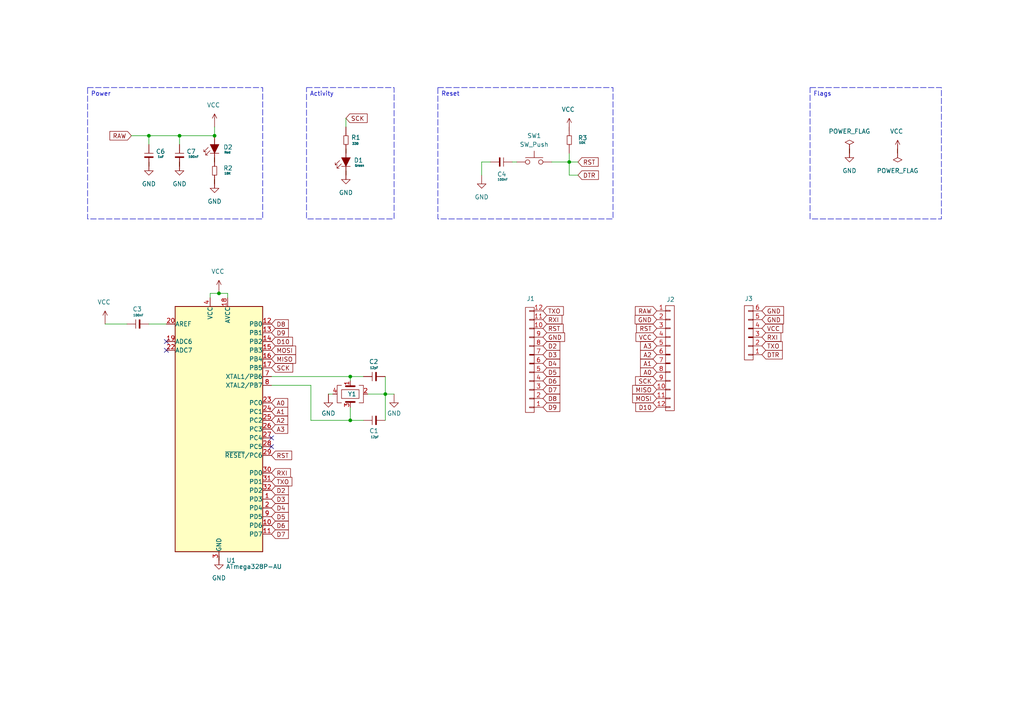
<source format=kicad_sch>
(kicad_sch (version 20250114) (generator "eeschema") (generator_version "9.0")
  (paper "A4")
  (lib_symbols
    (symbol "Hadubois_Symbol_Library:ATmega328P-AU" (pin_names (offset 0.002))
      (property "Reference" "U" (at 9.144 -35.814 0))
      (symbol "ATmega328P-AU_1_1"
        (rectangle (start -12.7 38.1) (end 12.7 -33.02) (stroke (width 0.254)) (fill (type background)))
        (pin passive line (at -15.24 33.02 0) (length 2.54) (name "AREF") (number "20"))
        (pin input line (at -15.24 27.94 0) (length 2.54) (name "ADC6") (number "19"))
        (pin input line (at -15.24 25.4 0) (length 2.54) (name "ADC7") (number "22"))
        (pin power_in line (at -2.54 40.64 270) (length 2.54) (name "VCC") (number "4"))
        (pin power_in line (at -2.54 40.64 270) (length 2.54) (hide yes) (name "VCC") (number "6"))
        (pin power_in line (at 0 -35.56 90) (length 2.54) (hide yes) (name "GND") (number "21"))
        (pin power_in line (at 0 -35.56 90) (length 2.54) (name "GND") (number "3"))
        (pin power_in line (at 0 -35.56 90) (length 2.54) (hide yes) (name "GND") (number "5"))
        (pin power_in line (at 2.54 40.64 270) (length 2.54) (name "AVCC") (number "18"))
        (pin bidirectional line (at 15.24 33.02 180) (length 2.54) (name "PB0") (number "12"))
        (pin bidirectional line (at 15.24 30.48 180) (length 2.54) (name "PB1") (number "13"))
        (pin bidirectional line (at 15.24 27.94 180) (length 2.54) (name "PB2") (number "14"))
        (pin bidirectional line (at 15.24 25.4 180) (length 2.54) (name "PB3") (number "15"))
        (pin bidirectional line (at 15.24 22.86 180) (length 2.54) (name "PB4") (number "16"))
        (pin bidirectional line (at 15.24 20.32 180) (length 2.54) (name "PB5") (number "17"))
        (pin bidirectional line (at 15.24 17.78 180) (length 2.54) (name "XTAL1/PB6") (number "7"))
        (pin bidirectional line (at 15.24 15.24 180) (length 2.54) (name "XTAL2/PB7") (number "8"))
        (pin bidirectional line (at 15.24 10.16 180) (length 2.54) (name "PC0") (number "23"))
        (pin bidirectional line (at 15.24 7.62 180) (length 2.54) (name "PC1") (number "24"))
        (pin bidirectional line (at 15.24 5.08 180) (length 2.54) (name "PC2") (number "25"))
        (pin bidirectional line (at 15.24 2.54 180) (length 2.54) (name "PC3") (number "26"))
        (pin bidirectional line (at 15.24 0 180) (length 2.54) (name "PC4") (number "27"))
        (pin bidirectional line (at 15.24 -2.54 180) (length 2.54) (name "PC5") (number "28"))
        (pin bidirectional line (at 15.24 -5.08 180) (length 2.54) (name "~{RESET}/PC6") (number "29"))
        (pin bidirectional line (at 15.24 -10.16 180) (length 2.54) (name "PD0") (number "30"))
        (pin bidirectional line (at 15.24 -12.7 180) (length 2.54) (name "PD1") (number "31"))
        (pin bidirectional line (at 15.24 -15.24 180) (length 2.54) (name "PD2") (number "32"))
        (pin bidirectional line (at 15.24 -17.78 180) (length 2.54) (name "PD3") (number "1"))
        (pin bidirectional line (at 15.24 -20.32 180) (length 2.54) (name "PD4") (number "2"))
        (pin bidirectional line (at 15.24 -22.86 180) (length 2.54) (name "PD5") (number "9"))
        (pin bidirectional line (at 15.24 -25.4 180) (length 2.54) (name "PD6") (number "10"))
        (pin bidirectional line (at 15.24 -27.94 180) (length 2.54) (name "PD7") (number "11"))
      )
    )
    (symbol "Hadubois_Symbol_Library:Capacitor_Non_Polarized" (pin_numbers (hide yes)) (pin_names (offset 0) (hide yes))
      (property "Reference" "C" (at 6.2036 -3.2499 0))
      (symbol "Capacitor_Non_Polarized_1_1"
        (polyline (pts (xy 1.27 -1.27) (xy 1.27 -1.27)))
        (polyline (pts (xy 2.54 -2.54) (xy 5.08 -2.54)))
        (polyline (pts (xy 2.54 -3.81) (xy 5.08 -3.81) (xy 5.08 -3.4925) (xy 2.54 -3.4925) (xy 2.54 -3.81)) (stroke (width 0.127)) (fill (type outline)))
        (polyline (pts (xy 5.08 -1.27) (xy 5.08 -1.27)))
        (pin passive line (at 3.81 0 270) (length 2.54) (name "") (number "1"))
        (pin passive line (at 3.81 -6.35 90) (length 2.54) (name "") (number "2"))
      )
    )
    (symbol "Hadubois_Symbol_Library:Connector_01x06"
      (property "Reference" "J" (at 2.54 -0.254 0))
      (symbol "Connector_01x06_0_1"
        (rectangle (start -1.27 7.874) (end 1.27 -7.874))
        (polyline (pts (xy -1.1762 6.5076) (xy -1.1762 6.2536) (xy 0.0938 6.2536) (xy 0.0938 6.5076) (xy -1.1762 6.5076)))
        (polyline (pts (xy -1.1762 3.9676) (xy -1.1762 3.7136) (xy 0.0938 3.7136) (xy 0.0938 3.9676) (xy -1.1762 3.9676)))
        (polyline (pts (xy -1.1762 -3.6524) (xy -1.1762 -3.9064) (xy 0.0938 -3.9064) (xy 0.0938 -3.6524) (xy -1.1762 -3.6524)))
        (polyline (pts (xy -1.1762 -6.1924) (xy -1.1762 -6.4464) (xy 0.0938 -6.4464) (xy 0.0938 -6.1924) (xy -1.1762 -6.1924)))
      )
      (symbol "Connector_01x06_1_1"
        (polyline (pts (xy -1.1762 1.4276) (xy -1.1762 1.1736) (xy 0.0938 1.1736) (xy 0.0938 1.4276) (xy -1.1762 1.4276)) (fill (type outline)))
        (polyline (pts (xy -1.1762 -1.1124) (xy -1.1762 -1.3664) (xy 0.0938 -1.3664) (xy 0.0938 -1.1124) (xy -1.1762 -1.1124)) (fill (type outline)))
        (pin passive line (at -3.81 6.35 0) (length 2.54) (name "") (number "1"))
        (pin passive line (at -3.81 3.81 0) (length 2.54) (name "") (number "2"))
        (pin passive line (at -3.81 1.27 0) (length 2.54) (name "") (number "3"))
        (pin passive line (at -3.81 -1.27 0) (length 2.54) (name "") (number "4"))
        (pin passive line (at -3.81 -3.81 0) (length 2.54) (name "") (number "5"))
        (pin passive line (at -3.81 -6.35 0) (length 2.54) (name "") (number "6"))
      )
    )
    (symbol "Hadubois_Symbol_Library:Connector_01x12"
      (property "Reference" "J" (at 4.064 0 0))
      (symbol "Connector_01x12_0_1"
        (rectangle (start -1.27 15.494) (end 1.27 -14.986))
        (polyline (pts (xy -1.1762 14.1276) (xy -1.1762 13.8736) (xy 0.0938 13.8736) (xy 0.0938 14.1276) (xy -1.1762 14.1276)))
        (polyline (pts (xy -1.1762 11.5876) (xy -1.1762 11.3336) (xy 0.0938 11.3336) (xy 0.0938 11.5876) (xy -1.1762 11.5876)))
        (polyline (pts (xy -1.1762 9.0476) (xy -1.1762 8.7936) (xy 0.0938 8.7936) (xy 0.0938 9.0476) (xy -1.1762 9.0476)))
        (polyline (pts (xy -1.1762 6.5076) (xy -1.1762 6.2536) (xy 0.0938 6.2536) (xy 0.0938 6.5076) (xy -1.1762 6.5076)))
        (polyline (pts (xy -1.1762 3.9676) (xy -1.1762 3.7136) (xy 0.0938 3.7136) (xy 0.0938 3.9676) (xy -1.1762 3.9676)))
        (polyline (pts (xy -1.1762 -3.6524) (xy -1.1762 -3.9064) (xy 0.0938 -3.9064) (xy 0.0938 -3.6524) (xy -1.1762 -3.6524)))
        (polyline (pts (xy -1.1762 -6.1924) (xy -1.1762 -6.4464) (xy 0.0938 -6.4464) (xy 0.0938 -6.1924) (xy -1.1762 -6.1924)))
        (polyline (pts (xy -1.1762 -8.7324) (xy -1.1762 -8.9864) (xy 0.0938 -8.9864) (xy 0.0938 -8.7324) (xy -1.1762 -8.7324)))
        (polyline (pts (xy -1.1762 -11.2724) (xy -1.1762 -11.5264) (xy 0.0938 -11.5264) (xy 0.0938 -11.2724) (xy -1.1762 -11.2724)))
        (polyline (pts (xy -1.1762 -13.8124) (xy -1.1762 -14.0664) (xy 0.0938 -14.0664) (xy 0.0938 -13.8124) (xy -1.1762 -13.8124)))
      )
      (symbol "Connector_01x12_1_1"
        (polyline (pts (xy -1.1762 1.4276) (xy -1.1762 1.1736) (xy 0.0938 1.1736) (xy 0.0938 1.4276) (xy -1.1762 1.4276)) (fill (type outline)))
        (polyline (pts (xy -1.1762 -1.1124) (xy -1.1762 -1.3664) (xy 0.0938 -1.3664) (xy 0.0938 -1.1124) (xy -1.1762 -1.1124)) (fill (type outline)))
        (pin passive line (at -3.81 13.97 0) (length 2.54) (name "") (number "1"))
        (pin passive line (at -3.81 11.43 0) (length 2.54) (name "") (number "2"))
        (pin passive line (at -3.81 8.89 0) (length 2.54) (name "") (number "3"))
        (pin passive line (at -3.81 6.35 0) (length 2.54) (name "") (number "4"))
        (pin passive line (at -3.81 3.81 0) (length 2.54) (name "") (number "5"))
        (pin passive line (at -3.81 1.27 0) (length 2.54) (name "") (number "6"))
        (pin passive line (at -3.81 -1.27 0) (length 2.54) (name "") (number "7"))
        (pin passive line (at -3.81 -3.81 0) (length 2.54) (name "") (number "8"))
        (pin passive line (at -3.81 -6.35 0) (length 2.54) (name "") (number "9"))
        (pin passive line (at -3.81 -8.89 0) (length 2.54) (name "") (number "10"))
        (pin passive line (at -3.81 -11.43 0) (length 2.54) (name "") (number "11"))
        (pin passive line (at -3.81 -13.97 0) (length 2.54) (name "") (number "12"))
      )
    )
    (symbol "Hadubois_Symbol_Library:Crystal_4Pins" (pin_names (offset 0) (hide yes))
      (property "Reference" "Y" (at 4.318 -2.54 0))
      (symbol "Crystal_4Pins_0_1"
        (polyline (pts (xy -2.54 2.54) (xy -2.54 3.81) (xy 2.54 3.81) (xy 2.54 2.54)))
        (polyline (pts (xy -2.54 -2.54) (xy -2.54 -3.81) (xy 2.54 -3.81) (xy 2.54 -2.54)))
        (polyline (pts (xy -2.286 1.27) (xy -2.286 -1.27)) (stroke (width 0.508)))
        (rectangle (start -1.27 2.54) (end 1.27 -2.54))
        (polyline (pts (xy 2.286 1.27) (xy 2.286 -1.27)) (stroke (width 0.508)))
      )
      (symbol "Crystal_4Pins_1_1"
        (pin passive line (at -3.81 0 0) (length 1.27) (name "") (number "1"))
        (pin passive line (at 0 5.08 270) (length 1.27) (name "") (number "2"))
        (pin passive line (at 0 -5.08 90) (length 1.27) (name "") (number "4"))
        (pin passive line (at 3.81 0 180) (length 1.27) (name "") (number "3"))
      )
    )
    (symbol "Hadubois_Symbol_Library:Diode_LED" (pin_numbers (hide yes)) (pin_names (offset 0) (hide yes))
      (property "Reference" "D" (at 2.54 0 0))
      (symbol "Diode_LED_0_1"
        (polyline (pts (xy -1.8297 0.4302) (xy -3.0997 -0.8398) (xy -3.0997 -0.2048) (xy -3.0997 -0.8398) (xy -2.4647 -0.8398)))
        (polyline (pts (xy -1.3196 -0.53) (xy -2.5896 -1.8) (xy -2.5896 -1.165) (xy -2.5896 -1.8) (xy -1.9546 -1.8)))
        (polyline (pts (xy 1.27 -1.27) (xy -1.27 -1.27)))
      )
      (symbol "Diode_LED_1_1"
        (polyline (pts (xy 1.27 1.27) (xy -1.27 1.27) (xy 0 -1.27) (xy 1.27 1.27)) (fill (type outline)))
        (pin passive line (at 0 3.81 270) (length 2.54) (name "") (number "2"))
        (pin passive line (at 0 -3.81 90) (length 2.54) (name "") (number "1"))
      )
    )
    (symbol "Hadubois_Symbol_Library:GND" (power) (pin_numbers (hide yes)) (pin_names (offset 0) (hide yes)) (in_bom no) (on_board no)
      (property "Value" "GND" (at 0.254 -2.794 0))
      (symbol "GND_0_1"
        (polyline (pts (xy -1.27 0) (xy 1.27 0) (xy 0 -1.27) (xy -1.27 0)))
      )
      (symbol "GND_1_1"
        (pin power_in line (at 0 2.54 270) (length 2.54) (name "") (number "1"))
      )
    )
    (symbol "Hadubois_Symbol_Library:POWER_FLAG" (power) (pin_numbers (hide yes)) (pin_names (offset 0) (hide yes)) (exclude_from_sim yes) (in_bom no) (on_board no)
      (property "Value" "POWER_FLAG" (at 8.128 0.254 0))
      (symbol "POWER_FLAG_0_1"
        (polyline (pts (xy 0 0) (xy 1.27 0.635) (xy 0 1.27) (xy -1.27 0.635) (xy 0 0)))
      )
      (symbol "POWER_FLAG_1_1"
        (pin power_out line (at 0 -2.54 90) (length 2.54) (name "") (number "1"))
      )
    )
    (symbol "Hadubois_Symbol_Library:Resistor_Fixed" (pin_numbers (hide yes)) (pin_names (offset 0) (hide yes))
      (property "Reference" "R" (at 1.778 0 0))
      (symbol "Resistor_Fixed_0_1"
        (polyline (pts (xy -0.6192 1.2713) (xy -0.6192 -1.2687) (xy 0.6508 -1.2687) (xy 0.6508 1.2713) (xy -0.6192 1.2713)))
      )
      (symbol "Resistor_Fixed_1_1"
        (pin passive line (at 0 3.81 270) (length 2.54) (name "") (number "1"))
        (pin passive line (at 0 -3.81 90) (length 2.54) (name "") (number "2"))
      )
    )
    (symbol "Hadubois_Symbol_Library:Switch" (pin_numbers (hide yes)) (pin_names (offset 0) (hide yes))
      (property "Reference" "SW" (at 0 -1.778 0))
      (symbol "Switch_0_1"
        (polyline (pts (xy -2.54 1.27) (xy 2.54 1.27) (xy 0 1.27) (xy 0 3.175)))
        (circle (center -1.905 0) (radius 0.635))
        (circle (center 1.905 0) (radius 0.635))
      )
      (symbol "Switch_1_1"
        (pin passive line (at -5.08 0 0) (length 2.54) (name "") (number "1"))
        (pin passive line (at 5.08 0 180) (length 2.54) (name "") (number "2"))
      )
    )
    (symbol "Hadubois_Symbol_Library:VCC" (power) (pin_numbers (hide yes)) (pin_names (offset 0) (hide yes))
      (property "Value" "VCC" (at 11.43 -8.636 0))
      (symbol "VCC_0_1"
        (polyline (pts (xy 10.16 -11.43) (xy 10.16 -11.43)))
        (polyline (pts (xy 11.43 -11.43) (xy 11.43 -10.16) (xy 12.065 -11.43) (xy 11.43 -10.16) (xy 10.795 -11.43)))
      )
      (symbol "VCC_1_1"
        (pin power_in line (at 11.43 -13.97 90) (length 2.54) (name "") (number "1"))
      )
    )
  )
  (text_box "Reset" (at 127 25.4 0) (size 50.8 38.1) (margins 0.9525 0.9525 0.9525 0.9525) (stroke (width 0) (type dash)) (effects (font (size 1.27 1.27)) (justify left top)))
  (text_box "Activity" (at 88.9 25.4 0) (size 25.4 38.1) (margins 0.9525 0.9525 0.9525 0.9525) (stroke (width 0) (type dash)) (effects (font (size 1.27 1.27)) (justify left top)))
  (text_box "Flags" (at 234.95 25.4 0) (size 38.1 38.1) (margins 0.9525 0.9525 0.9525 0.9525) (stroke (width 0) (type dash)) (effects (font (size 1.27 1.27)) (justify left top)))
  (text_box "Power\n" (exclude_from_sim yes) (at 25.4 25.4 0) (size 50.8 38.1) (margins 0.9525 0.9525 0.9525 0.9525) (stroke (width 0) (type dash)) (effects (font (size 1.27 1.27)) (justify left top)))
  (junction (at 63.5 85.09))
  (junction (at 165.1 46.99))
  (junction (at 111.76 114.3))
  (junction (at 101.6 109.22))
  (junction (at 43.18 39.37))
  (junction (at 52.07 39.37))
  (junction (at 62.23 39.37))
  (junction (at 101.6 121.92))
  (no_connect (at 48.26 99.06))
  (no_connect (at 48.26 101.6))
  (no_connect (at 78.74 129.54))
  (no_connect (at 78.74 127))
  (wire (pts (xy 142.24 46.99) (xy 139.7 46.99)))
  (wire (pts (xy 43.18 39.37) (xy 43.18 41.91)))
  (wire (pts (xy 111.76 109.22) (xy 111.76 114.3)))
  (wire (pts (xy 38.1 39.37) (xy 43.18 39.37)))
  (wire (pts (xy 43.18 39.37) (xy 52.07 39.37)))
  (wire (pts (xy 139.7 46.99) (xy 139.7 50.8)))
  (wire (pts (xy 165.1 46.99) (xy 165.1 50.8)))
  (wire (pts (xy 90.17 121.92) (xy 101.6 121.92)))
  (wire (pts (xy 148.59 46.99) (xy 149.86 46.99)))
  (wire (pts (xy 78.74 109.22) (xy 101.6 109.22)))
  (wire (pts (xy 260.35 43.18) (xy 260.35 44.45)))
  (wire (pts (xy 52.07 46.99) (xy 52.07 48.26)))
  (wire (pts (xy 63.5 161.29) (xy 63.5 162.56)))
  (wire (pts (xy 90.17 111.76) (xy 78.74 111.76)))
  (wire (pts (xy 167.64 50.8) (xy 165.1 50.8)))
  (wire (pts (xy 60.96 85.09) (xy 63.5 85.09)))
  (wire (pts (xy 101.6 109.22) (xy 105.41 109.22)))
  (wire (pts (xy 30.48 93.98) (xy 36.83 93.98)))
  (wire (pts (xy 111.76 114.3) (xy 111.76 121.92)))
  (wire (pts (xy 165.1 36.83) (xy 165.1 38.1)))
  (wire (pts (xy 66.04 86.36) (xy 66.04 85.09)))
  (wire (pts (xy 100.33 34.29) (xy 100.33 36.83)))
  (wire (pts (xy 60.96 86.36) (xy 60.96 85.09)))
  (wire (pts (xy 90.17 111.76) (xy 90.17 121.92)))
  (wire (pts (xy 62.23 45.72) (xy 62.23 46.99)))
  (wire (pts (xy 62.23 36.83) (xy 62.23 39.37)))
  (wire (pts (xy 101.6 118.11) (xy 101.6 121.92)))
  (wire (pts (xy 160.02 46.99) (xy 165.1 46.99)))
  (wire (pts (xy 95.25 114.3) (xy 96.52 114.3)))
  (wire (pts (xy 165.1 44.45) (xy 165.1 46.99)))
  (wire (pts (xy 52.07 39.37) (xy 62.23 39.37)))
  (wire (pts (xy 43.18 46.99) (xy 43.18 48.26)))
  (wire (pts (xy 101.6 121.92) (xy 105.41 121.92)))
  (wire (pts (xy 101.6 110.49) (xy 101.6 109.22)))
  (wire (pts (xy 111.76 114.3) (xy 114.3 114.3)))
  (wire (pts (xy 100.33 43.18) (xy 100.33 44.45)))
  (wire (pts (xy 63.5 85.09) (xy 66.04 85.09)))
  (wire (pts (xy 52.07 39.37) (xy 52.07 41.91)))
  (wire (pts (xy 100.33 49.53) (xy 100.33 50.8)))
  (wire (pts (xy 43.18 93.98) (xy 48.26 93.98)))
  (wire (pts (xy 246.38 43.18) (xy 246.38 44.45)))
  (wire (pts (xy 106.68 114.3) (xy 111.76 114.3)))
  (wire (pts (xy 62.23 52.07) (xy 62.23 53.34)))
  (wire (pts (xy 167.64 46.99) (xy 165.1 46.99)))
  (global_label "A2" (shape input) (at 78.74 121.92 0) (property "Intersheetrefs" "${INTERSHEET_REFS}" (effects (hide yes))))
  (global_label "MISO" (shape input) (at 78.74 104.14 0) (property "Intersheetrefs" "${INTERSHEET_REFS}" (effects (hide yes))))
  (global_label "TXO" (shape input) (at 78.74 139.7 0) (property "Intersheetrefs" "${INTERSHEET_REFS}" (effects (hide yes))))
  (global_label "D3" (shape input) (at 78.74 144.78 0) (property "Intersheetrefs" "${INTERSHEET_REFS}" (effects (hide yes))))
  (global_label "GND" (shape input) (at 220.98 92.71 0) (property "Intersheetrefs" "${INTERSHEET_REFS}" (effects (hide yes))))
  (global_label "A0" (shape input) (at 190.5 107.95 180) (property "Intersheetrefs" "${INTERSHEET_REFS}" (effects (hide yes))))
  (global_label "A1" (shape input) (at 190.5 105.41 180) (property "Intersheetrefs" "${INTERSHEET_REFS}" (effects (hide yes))))
  (global_label "TXO" (shape input) (at 220.98 100.33 0) (property "Intersheetrefs" "${INTERSHEET_REFS}" (effects (hide yes))))
  (global_label "MOSI" (shape input) (at 190.5 115.57 180) (property "Intersheetrefs" "${INTERSHEET_REFS}" (effects (hide yes))))
  (global_label "RAW" (shape input) (at 190.5 90.17 180) (property "Intersheetrefs" "${INTERSHEET_REFS}" (effects (hide yes))))
  (global_label "D5" (shape input) (at 78.74 149.86 0) (property "Intersheetrefs" "${INTERSHEET_REFS}" (effects (hide yes))))
  (global_label "GND" (shape input) (at 157.48 97.79 0) (property "Intersheetrefs" "${INTERSHEET_REFS}" (effects (hide yes))))
  (global_label "D10" (shape input) (at 78.74 99.06 0) (property "Intersheetrefs" "${INTERSHEET_REFS}" (effects (hide yes))))
  (global_label "D6" (shape input) (at 78.74 152.4 0) (property "Intersheetrefs" "${INTERSHEET_REFS}" (effects (hide yes))))
  (global_label "A0" (shape input) (at 78.74 116.84 0) (property "Intersheetrefs" "${INTERSHEET_REFS}" (effects (hide yes))))
  (global_label "D8" (shape input) (at 157.48 115.57 0) (property "Intersheetrefs" "${INTERSHEET_REFS}" (effects (hide yes))))
  (global_label "SCK" (shape input) (at 78.74 106.68 0) (property "Intersheetrefs" "${INTERSHEET_REFS}" (effects (hide yes))))
  (global_label "TXO" (shape input) (at 157.48 90.17 0) (property "Intersheetrefs" "${INTERSHEET_REFS}" (effects (hide yes))))
  (global_label "VCC" (shape input) (at 220.98 95.25 0) (property "Intersheetrefs" "${INTERSHEET_REFS}" (effects (hide yes))))
  (global_label "DTR" (shape input) (at 220.98 102.87 0) (property "Intersheetrefs" "${INTERSHEET_REFS}" (effects (hide yes))))
  (global_label "RXI" (shape input) (at 157.48 92.71 0) (property "Intersheetrefs" "${INTERSHEET_REFS}" (effects (hide yes))))
  (global_label "MOSI" (shape input) (at 78.74 101.6 0) (property "Intersheetrefs" "${INTERSHEET_REFS}" (effects (hide yes))))
  (global_label "RXI" (shape input) (at 78.74 137.16 0) (property "Intersheetrefs" "${INTERSHEET_REFS}" (effects (hide yes))))
  (global_label "A3" (shape input) (at 190.5 100.33 180) (property "Intersheetrefs" "${INTERSHEET_REFS}" (effects (hide yes))))
  (global_label "MISO" (shape input) (at 190.5 113.03 180) (property "Intersheetrefs" "${INTERSHEET_REFS}" (effects (hide yes))))
  (global_label "D2" (shape input) (at 157.48 100.33 0) (property "Intersheetrefs" "${INTERSHEET_REFS}" (effects (hide yes))))
  (global_label "VCC" (shape input) (at 190.5 97.79 180) (property "Intersheetrefs" "${INTERSHEET_REFS}" (effects (hide yes))))
  (global_label "DTR" (shape input) (at 167.64 50.8 0) (property "Intersheetrefs" "${INTERSHEET_REFS}" (effects (hide yes))))
  (global_label "RST" (shape input) (at 157.48 95.25 0) (property "Intersheetrefs" "${INTERSHEET_REFS}" (effects (hide yes))))
  (global_label "D8" (shape input) (at 78.74 93.98 0) (property "Intersheetrefs" "${INTERSHEET_REFS}" (effects (hide yes))))
  (global_label "D3" (shape input) (at 157.48 102.87 0) (property "Intersheetrefs" "${INTERSHEET_REFS}" (effects (hide yes))))
  (global_label "D4" (shape input) (at 157.48 105.41 0) (property "Intersheetrefs" "${INTERSHEET_REFS}" (effects (hide yes))))
  (global_label "D5" (shape input) (at 157.48 107.95 0) (property "Intersheetrefs" "${INTERSHEET_REFS}" (effects (hide yes))))
  (global_label "D7" (shape input) (at 78.74 154.94 0) (property "Intersheetrefs" "${INTERSHEET_REFS}" (effects (hide yes))))
  (global_label "SCK" (shape input) (at 100.33 34.29 0) (property "Intersheetrefs" "${INTERSHEET_REFS}" (effects (hide yes))))
  (global_label "SCK" (shape input) (at 190.5 110.49 180) (property "Intersheetrefs" "${INTERSHEET_REFS}" (effects (hide yes))))
  (global_label "D6" (shape input) (at 157.48 110.49 0) (property "Intersheetrefs" "${INTERSHEET_REFS}" (effects (hide yes))))
  (global_label "A3" (shape input) (at 78.74 124.46 0) (property "Intersheetrefs" "${INTERSHEET_REFS}" (effects (hide yes))))
  (global_label "D2" (shape input) (at 78.74 142.24 0) (property "Intersheetrefs" "${INTERSHEET_REFS}" (effects (hide yes))))
  (global_label "RST" (shape input) (at 167.64 46.99 0) (property "Intersheetrefs" "${INTERSHEET_REFS}" (effects (hide yes))))
  (global_label "GND" (shape input) (at 190.5 92.71 180) (property "Intersheetrefs" "${INTERSHEET_REFS}" (effects (hide yes))))
  (global_label "RST" (shape input) (at 190.5 95.25 180) (property "Intersheetrefs" "${INTERSHEET_REFS}" (effects (hide yes))))
  (global_label "D4" (shape input) (at 78.74 147.32 0) (property "Intersheetrefs" "${INTERSHEET_REFS}" (effects (hide yes))))
  (global_label "D9" (shape input) (at 157.48 118.11 0) (property "Intersheetrefs" "${INTERSHEET_REFS}" (effects (hide yes))))
  (global_label "A1" (shape input) (at 78.74 119.38 0) (property "Intersheetrefs" "${INTERSHEET_REFS}" (effects (hide yes))))
  (global_label "D9" (shape input) (at 78.74 96.52 0) (property "Intersheetrefs" "${INTERSHEET_REFS}" (effects (hide yes))))
  (global_label "D10" (shape input) (at 190.5 118.11 180) (property "Intersheetrefs" "${INTERSHEET_REFS}" (effects (hide yes))))
  (global_label "A2" (shape input) (at 190.5 102.87 180) (property "Intersheetrefs" "${INTERSHEET_REFS}" (effects (hide yes))))
  (global_label "D7" (shape input) (at 157.48 113.03 0) (property "Intersheetrefs" "${INTERSHEET_REFS}" (effects (hide yes))))
  (global_label "RXI" (shape input) (at 220.98 97.79 0) (property "Intersheetrefs" "${INTERSHEET_REFS}" (effects (hide yes))))
  (global_label "RAW" (shape input) (at 38.1 39.37 180) (property "Intersheetrefs" "${INTERSHEET_REFS}" (effects (hide yes))))
  (global_label "RST" (shape input) (at 78.74 132.08 0) (property "Intersheetrefs" "${INTERSHEET_REFS}" (effects (hide yes))))
  (global_label "GND" (shape input) (at 220.98 90.17 0) (property "Intersheetrefs" "${INTERSHEET_REFS}" (effects (hide yes))))
  (symbol (lib_id "Hadubois_Symbol_Library:Crystal_4Pins") (at 101.6 114.3 270) (unit 1)
    (property "Reference" "Y1" (at 102.108 114.3 90))
    (property "Footprint" "Hadubois_Footprint_Library:Crystal_Oscillator_YXC_X322516MLB4SI" (effects (hide yes)))
  )
  (symbol (lib_id "Hadubois_Symbol_Library:ATmega328P-AU") (at 63.5 127 0) (unit 1)
    (property "Reference" "U1" (at 65.6433 162.56 0) (effects (justify left)))
    (property "Value" "ATmega328P-AU" (at 65.532 164.338 0) (effects (justify left)))
    (property "Footprint" "Hadubois_Footprint_Library:MCU_MICROCHIP_ATMEGA328P-AU" (effects (hide yes)))
  )
  (symbol (lib_id "Hadubois_Symbol_Library:Resistor_Fixed") (at 62.23 49.53 0) (unit 1)
    (property "Reference" "R2" (at 64.77 48.768 0) (effects (justify left)))
    (property "Value" "10K" (at 65.024 50.2928 0) (effects (font (size 0.635 0.635)) (justify left)))
    (property "Footprint" "Hadubois_Footprint_Library:Resistor_10kΩ_YAGEO_RC0603FR-0710KL" (effects (hide yes)))
  )
  (symbol (lib_id "Hadubois_Symbol_Library:Capacitor_Non_Polarized") (at 39.37 41.91 0) (unit 1)
    (property "Reference" "C6" (at 45.212 43.942 0) (effects (justify left)))
    (property "Value" "1uF" (at 45.72 45.466 0) (effects (font (size 0.635 0.635)) (justify left)))
    (property "Footprint" "Hadubois_Footprint_Library:Capacitor_1uF_SAMSUNG_CL10A105KB8NNNC" (effects (hide yes)))
  )
  (symbol (lib_id "Hadubois_Symbol_Library:GND") (at 95.25 116.84 0) (unit 1) (in_bom no) (on_board no)
    (property "Reference" "#PWR012" (effects (hide yes)))
    (property "Value" "GND" (at 95.25 119.888 0))
  )
  (symbol (lib_id "Hadubois_Symbol_Library:GND") (at 114.3 116.84 0) (unit 1) (in_bom no) (on_board no)
    (property "Reference" "#PWR013" (effects (hide yes)))
    (property "Value" "GND" (at 114.3 119.888 0))
  )
  (symbol (lib_id "Hadubois_Symbol_Library:POWER_FLAG") (at 260.35 45.72 180) (unit 1) (in_bom no) (on_board no)
    (property "Reference" "#PWR07" (effects (hide yes)))
    (property "Value" "POWER_FLAG" (at 260.35 49.53 0))
  )
  (symbol (lib_id "Hadubois_Symbol_Library:Resistor_Fixed") (at 100.33 40.64 0) (unit 1)
    (property "Reference" "R1" (at 101.854 39.8772 0) (effects (justify left)))
    (property "Value" "330" (at 102.108 41.656 0) (effects (font (size 0.635 0.635)) (justify left)))
    (property "Footprint" "Hadubois_Footprint_Library:Resistor_330Ω_ROYALOHM_0603WAF3300T5E" (effects (hide yes)))
  )
  (symbol (lib_id "Hadubois_Symbol_Library:Capacitor_Non_Polarized") (at 105.41 113.03 90) (unit 1)
    (property "Reference" "C2" (at 109.728 104.902 90) (effects (justify left)))
    (property "Value" "12pF" (at 109.728 106.68 90) (effects (font (size 0.635 0.635)) (justify left)))
    (property "Footprint" "Hadubois_Footprint_Library:Capacitor_12pF_SAMSUNG_CL10C120JB8NNNC" (effects (hide yes)))
  )
  (symbol (lib_id "Hadubois_Symbol_Library:Diode_LED") (at 62.23 43.18 0) (unit 1)
    (property "Reference" "D2" (at 64.77 42.6829 0) (effects (justify left)))
    (property "Value" "Red" (at 65.024 44.196 0) (effects (font (size 0.635 0.635)) (justify left)))
    (property "Footprint" "Hadubois_Footprint_Library:Diode_Red_XINGLIGHT_XL-1608SURC-06" (effects (hide yes)))
  )
  (symbol (lib_id "Hadubois_Symbol_Library:Resistor_Fixed") (at 165.1 40.64 0) (unit 1)
    (property "Reference" "R3" (at 167.64 40.0042 0) (effects (justify left)))
    (property "Value" "10K" (at 167.894 41.402 0) (effects (font (size 0.635 0.635)) (justify left)))
    (property "Footprint" "Hadubois_Footprint_Library:Resistor_10kΩ_YAGEO_RC0603FR-0710KL" (effects (hide yes)))
  )
  (symbol (lib_id "Hadubois_Symbol_Library:VCC") (at 50.8 22.86 0) (unit 1)
    (property "Reference" "#PWR04" (effects (hide yes)))
    (property "Value" "VCC" (at 61.9125 30.48 0))
  )
  (symbol (lib_id "Hadubois_Symbol_Library:GND") (at 63.5 163.83 0) (unit 1) (in_bom no) (on_board no)
    (property "Reference" "#PWR015" (effects (hide yes)))
    (property "Value" "GND" (at 63.5 167.64 0))
  )
  (symbol (lib_id "Hadubois_Symbol_Library:Capacitor_Non_Polarized") (at 148.59 43.18 270) (unit 1)
    (property "Reference" "C4" (at 145.542 50.546 90))
    (property "Value" "100nF" (at 145.796 52.07 90) (effects (font (size 0.635 0.635))))
    (property "Footprint" "Hadubois_Footprint_Library:Capacitor_100nF_YAGEO_CC0603KRX7R9BB104" (effects (hide yes)))
  )
  (symbol (lib_id "Hadubois_Symbol_Library:GND") (at 52.07 49.53 0) (unit 1) (in_bom no) (on_board no)
    (property "Reference" "#PWR02" (effects (hide yes)))
    (property "Value" "GND" (at 52.07 53.34 0))
  )
  (symbol (lib_id "Hadubois_Symbol_Library:GND") (at 43.18 49.53 0) (unit 1) (in_bom no) (on_board no)
    (property "Reference" "#PWR01" (effects (hide yes)))
    (property "Value" "GND" (at 43.18 53.34 0))
  )
  (symbol (lib_id "Hadubois_Symbol_Library:Switch") (at 154.94 46.99 0) (unit 1)
    (property "Reference" "SW1" (at 154.94 39.37 0))
    (property "Value" "SW_Push" (at 154.94 41.91 0))
    (property "Footprint" "Hadubois_Footprint_Library:Switch_OMRON_B3U-1000P" (effects (hide yes)))
  )
  (symbol (lib_id "Hadubois_Symbol_Library:GND") (at 139.7 53.34 0) (unit 1) (in_bom no) (on_board no)
    (property "Reference" "#PWR011" (effects (hide yes)))
    (property "Value" "GND" (at 139.7 57.15 0))
  )
  (symbol (lib_id "Hadubois_Symbol_Library:POWER_FLAG") (at 246.38 41.91 0) (unit 1) (in_bom no) (on_board no)
    (property "Reference" "#PWR05" (effects (hide yes)))
    (property "Value" "POWER_FLAG" (at 246.38 38.1 0))
  )
  (symbol (lib_id "Hadubois_Symbol_Library:VCC") (at 52.07 71.12 0) (unit 1)
    (property "Reference" "#PWR014" (effects (hide yes)))
    (property "Value" "VCC" (at 63.1825 78.74 0))
  )
  (symbol (lib_id "Hadubois_Symbol_Library:Capacitor_Non_Polarized") (at 48.26 41.91 0) (unit 1)
    (property "Reference" "C7" (at 54.102 43.942 0) (effects (justify left)))
    (property "Value" "100nF" (at 54.61 45.466 0) (effects (font (size 0.635 0.635)) (justify left)))
    (property "Footprint" "Hadubois_Footprint_Library:Capacitor_100nF_YAGEO_CC0603KRX7R9BB104" (effects (hide yes)))
  )
  (symbol (lib_id "Hadubois_Symbol_Library:GND") (at 62.23 54.61 0) (unit 1) (in_bom no) (on_board no)
    (property "Reference" "#PWR03" (effects (hide yes)))
    (property "Value" "GND" (at 62.23 58.42 0))
  )
  (symbol (lib_id "Hadubois_Symbol_Library:GND") (at 100.33 52.07 0) (unit 1) (in_bom no) (on_board no)
    (property "Reference" "#PWR09" (effects (hide yes)))
    (property "Value" "GND" (at 100.33 55.88 0))
  )
  (symbol (lib_id "Hadubois_Symbol_Library:VCC") (at 19.05 80.01 0) (unit 1)
    (property "Reference" "#PWR016" (effects (hide yes)))
    (property "Value" "VCC" (at 30.1625 87.63 0))
  )
  (symbol (lib_id "Hadubois_Symbol_Library:Connector_01x06") (at 217.17 96.52 180) (unit 1)
    (property "Reference" "J3" (at 217.17 86.614 0))
    (property "Footprint" "Hadubois_Footprint_Library:PinHeae_1x06_P2.54mm" (effects (hide yes)))
  )
  (symbol (lib_id "Hadubois_Symbol_Library:VCC") (at 248.92 30.48 0) (unit 1)
    (property "Reference" "#PWR08" (effects (hide yes)))
    (property "Value" "VCC" (at 260.0325 38.1 0))
  )
  (symbol (lib_id "Hadubois_Symbol_Library:Diode_LED") (at 100.33 46.99 0) (unit 1)
    (property "Reference" "D1" (at 102.616 46.4929 0) (effects (justify left)))
    (property "Value" "Green" (at 102.87 48.006 0) (effects (font (size 0.635 0.635)) (justify left)))
    (property "Footprint" "Hadubois_Footprint_Library:Diode_Green_TUOZHAN_TZ-P2-0603YGTCS1-0.6T" (effects (hide yes)))
  )
  (symbol (lib_id "Hadubois_Symbol_Library:Connector_01x12") (at 194.31 104.14 0) (unit 1)
    (property "Reference" "J2" (at 193.294 86.868 0) (effects (justify left)))
    (property "Footprint" "Hadubois_Footprint_Library:PinHeader_1x12_P2.54mm" (effects (hide yes)))
  )
  (symbol (lib_id "Hadubois_Symbol_Library:Capacitor_Non_Polarized") (at 105.41 125.73 90) (unit 1)
    (property "Reference" "C1" (at 108.458 124.968 90))
    (property "Value" "12pF" (at 108.712 126.746 90) (effects (font (size 0.635 0.635))))
    (property "Footprint" "Hadubois_Footprint_Library:Capacitor_12pF_SAMSUNG_CL10C120JB8NNNC" (effects (hide yes)))
  )
  (symbol (lib_id "Hadubois_Symbol_Library:Connector_01x12") (at 153.67 104.14 180) (unit 1)
    (property "Reference" "J1" (at 153.924 86.614 0))
    (property "Footprint" "Hadubois_Footprint_Library:PinHeader_1x12_P2.54mm" (effects (hide yes)))
  )
  (symbol (lib_id "Hadubois_Symbol_Library:VCC") (at 153.67 24.13 0) (unit 1)
    (property "Reference" "#PWR010" (effects (hide yes)))
    (property "Value" "VCC" (at 164.7825 31.75 0))
  )
  (symbol (lib_id "Hadubois_Symbol_Library:Capacitor_Non_Polarized") (at 36.83 97.79 90) (unit 1)
    (property "Reference" "C3" (at 41.148 89.662 90) (effects (justify left)))
    (property "Value" "100nF" (at 41.656 91.44 90) (effects (font (size 0.635 0.635)) (justify left)))
    (property "Footprint" "Hadubois_Footprint_Library:Capacitor_100nF_YAGEO_CC0603KRX7R9BB104" (effects (hide yes)))
  )
  (symbol (lib_id "Hadubois_Symbol_Library:GND") (at 246.38 45.72 0) (unit 1) (in_bom no) (on_board no)
    (property "Reference" "#PWR06" (effects (hide yes)))
    (property "Value" "GND" (at 246.38 49.53 0))
  )
)
</source>
